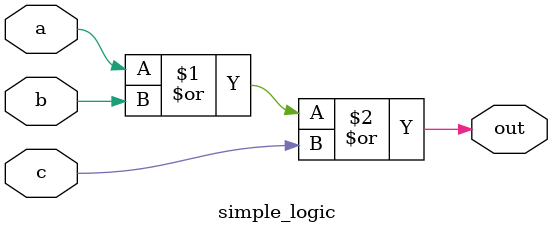
<source format=v>
module simple_logic (
    input a,
    input b,
    input c,
    output out
);

    assign out = (a | b) | c;

endmodule

</source>
